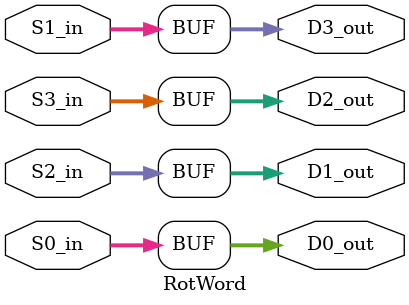
<source format=v>

module RotWord(
	input wire [7:0] S0_in,
	input wire [7:0] S1_in,
	input wire [7:0] S2_in,
	input wire [7:0] S3_in,
	output wire [7:0] D0_out,
	output wire [7:0] D1_out,
	output wire [7:0] D2_out,
	output wire [7:0] D3_out	
	);
	
	assign D0_out = S0_in;
	assign D1_out = S2_in;
	assign D2_out = S3_in;
	assign D3_out = S1_in;
	
endmodule
</source>
